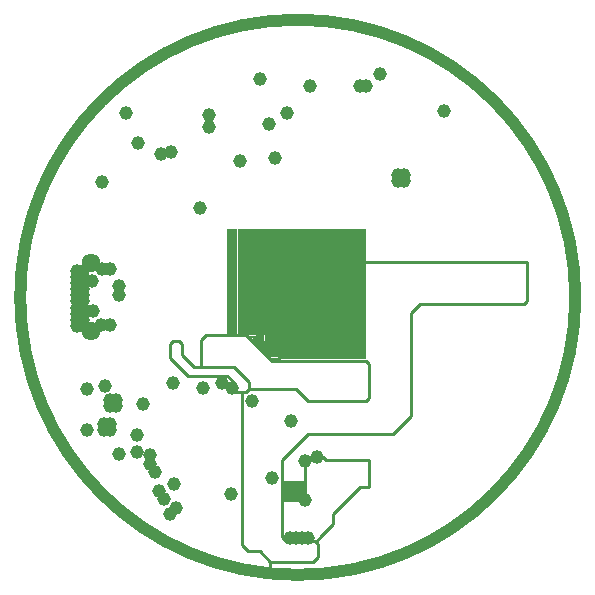
<source format=gbr>
G04 Layer_Physical_Order=2*
G04 Layer_Color=32768*
%FSLAX25Y25*%
%MOIN*%
%TF.FileFunction,Copper,L2,Inr,Plane*%
%TF.Part,Single*%
G01*
G75*
%ADD11C,0.01000*%
%ADD17C,0.04000*%
%ADD18R,0.07500X0.06500*%
%ADD19R,0.01500X0.02500*%
%ADD20R,0.03000X0.01000*%
%ADD21R,0.03500X0.02000*%
%ADD22R,0.03000X0.02000*%
%ADD23R,0.03279X0.01000*%
%ADD24R,0.02779X0.01000*%
%ADD25R,0.03000X0.02500*%
%ADD26R,0.04500X0.01000*%
%ADD27R,0.05000X0.06500*%
%ADD28R,0.43000X0.35500*%
%ADD29R,0.29500X0.08000*%
%ADD30R,0.01500X0.01000*%
%ADD31R,0.03500X0.35500*%
%TA.AperFunction,ConnectorPad*%
%ADD32C,0.33128*%
%TA.AperFunction,ViaPad*%
%ADD33C,0.06356*%
%TA.AperFunction,ViaPad*%
%ADD34C,0.04600*%
D11*
X357000Y228705D02*
Y254500D01*
Y228705D02*
X358215Y227490D01*
X367808D01*
X368149Y227149D01*
X367808Y227490D02*
X368990Y226308D01*
X357000Y241000D02*
X364500D01*
Y254000D01*
X366000Y255500D01*
X368500D01*
X368149Y227149D02*
X370000Y229000D01*
X374000Y233000D01*
Y236500D01*
X383000Y245500D01*
X386000D01*
Y254500D01*
X371500D02*
X386000D01*
X370500Y255500D02*
X371500Y254500D01*
X368500Y255500D02*
X370500D01*
X319500Y288500D02*
Y293000D01*
Y288500D02*
X325500Y282500D01*
X338779D01*
X340500Y280779D01*
Y277779D02*
Y280779D01*
Y277779D02*
X341279Y277000D01*
X345000D01*
X346000Y278000D01*
Y280500D01*
X341000Y285500D02*
X346000Y280500D01*
X327500Y285500D02*
X341000D01*
X323500Y289500D02*
X327500Y285500D01*
X323500Y289500D02*
Y293000D01*
X322500Y294000D02*
X323500Y293000D01*
X320500Y294000D02*
X322500D01*
X319500Y293000D02*
X320500Y294000D01*
X330000Y285500D02*
Y294500D01*
X331500Y296000D01*
X345000D01*
X353500Y287500D01*
X385000D01*
X386010Y286490D01*
Y275010D02*
Y286490D01*
X385000Y274000D02*
X386010Y275010D01*
X365500Y274000D02*
X385000D01*
X361500Y278000D02*
X365500Y274000D01*
X346000Y278000D02*
X361500D01*
X368990Y222269D02*
Y226308D01*
X367221Y220500D02*
X368990Y222269D01*
X353000Y220500D02*
X367221D01*
X349500Y224000D02*
X353000Y220500D01*
X345500Y224000D02*
X349500D01*
X343500Y226000D02*
X345500Y224000D01*
X343500Y226000D02*
Y276500D01*
X357000Y254500D02*
X365500Y263000D01*
X394000D01*
X400000Y269000D01*
Y303500D01*
X403000Y306500D01*
X437500D01*
X438500Y307500D01*
Y320500D01*
X384000D02*
X438500D01*
X353000Y216759D02*
Y220500D01*
Y219500D02*
Y220500D01*
D17*
X362201Y401221D02*
G03*
X269681Y308701I0J-92520D01*
G01*
X454720D02*
G03*
X362201Y401221I-92520J0D01*
G01*
Y216181D02*
G03*
X454720Y308701I0J92520D01*
G01*
X269681D02*
G03*
X362201Y216181I92520J0D01*
G01*
D18*
X360750Y244250D02*
D03*
D19*
X350750Y291750D02*
D03*
D20*
X351000Y291500D02*
D03*
D21*
X350250Y293000D02*
D03*
D22*
X348500Y294000D02*
D03*
D23*
X348360Y294500D02*
D03*
X354860Y288000D02*
D03*
D24*
X347111Y295500D02*
D03*
D25*
X349500Y294750D02*
D03*
D26*
X354750Y289000D02*
D03*
D27*
X353500Y292750D02*
D03*
D28*
X363500Y313750D02*
D03*
D29*
X370250Y292000D02*
D03*
D30*
X343250Y296000D02*
D03*
D31*
X340250Y313750D02*
D03*
D32*
X362201Y308701D02*
D03*
D33*
X293441Y320079D02*
D03*
Y297323D02*
D03*
D34*
X321500Y238500D02*
D03*
X317500Y241500D02*
D03*
X316000Y244000D02*
D03*
X319500Y236500D02*
D03*
X314500Y250500D02*
D03*
X313000Y253000D02*
D03*
X364500Y254000D02*
D03*
X368500Y255500D02*
D03*
X364500Y241000D02*
D03*
X359500Y228500D02*
D03*
X361500D02*
D03*
X363500D02*
D03*
X365500D02*
D03*
X360000Y243969D02*
D03*
X302500Y312500D02*
D03*
Y309500D02*
D03*
X294000Y304000D02*
D03*
X308673Y262673D02*
D03*
X347000Y274000D02*
D03*
X340390Y278610D02*
D03*
X299500Y299500D02*
D03*
X296500D02*
D03*
X299500Y318000D02*
D03*
X297000D02*
D03*
X290500Y313500D02*
D03*
Y311500D02*
D03*
X288500D02*
D03*
X290500Y299000D02*
D03*
X288500D02*
D03*
X290500Y301000D02*
D03*
X288500D02*
D03*
X290500Y303000D02*
D03*
X288500D02*
D03*
X290500Y305000D02*
D03*
X288500D02*
D03*
X297000Y347000D02*
D03*
X316500Y356500D02*
D03*
X298000Y279000D02*
D03*
X299500Y264500D02*
D03*
Y274500D02*
D03*
Y266500D02*
D03*
X301500Y272500D02*
D03*
X299500D02*
D03*
X297500Y266500D02*
D03*
Y264500D02*
D03*
X301500Y274500D02*
D03*
X310500Y273000D02*
D03*
X332500Y365500D02*
D03*
Y369500D02*
D03*
X349500Y381500D02*
D03*
X358500Y370000D02*
D03*
X343000Y354000D02*
D03*
X290500Y315500D02*
D03*
X288500Y313500D02*
D03*
X290500Y317500D02*
D03*
X288500Y315500D02*
D03*
X353500Y248500D02*
D03*
X288500Y317500D02*
D03*
X292000Y278000D02*
D03*
X321000Y246500D02*
D03*
X395500Y349500D02*
D03*
X397500D02*
D03*
Y347500D02*
D03*
X395500D02*
D03*
X290500Y309500D02*
D03*
X288500D02*
D03*
Y307500D02*
D03*
X290500D02*
D03*
X360000Y267500D02*
D03*
X292000Y264327D02*
D03*
X305000Y370000D02*
D03*
X352500Y366500D02*
D03*
X411000Y370827D02*
D03*
X385000Y379000D02*
D03*
X383000D02*
D03*
X389500Y383000D02*
D03*
X366224Y379224D02*
D03*
X320000Y357000D02*
D03*
X329500Y338500D02*
D03*
X308673Y257000D02*
D03*
X302500Y256500D02*
D03*
X313000Y256000D02*
D03*
X337000Y280000D02*
D03*
X330500Y278500D02*
D03*
X340000Y243000D02*
D03*
X354500Y355000D02*
D03*
X309000Y360000D02*
D03*
X320500Y280025D02*
D03*
X293500Y314000D02*
D03*
%TF.MD5,405511F684E2690588D3F504AF6C28E3*%
M02*

</source>
